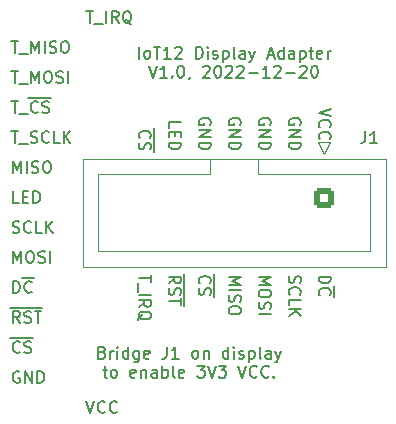
<source format=gto>
G04 #@! TF.GenerationSoftware,KiCad,Pcbnew,(6.0.9)*
G04 #@! TF.CreationDate,2022-11-19T16:43:32+01:00*
G04 #@! TF.ProjectId,Display Adapter,44697370-6c61-4792-9041-646170746572,V1.0*
G04 #@! TF.SameCoordinates,Original*
G04 #@! TF.FileFunction,Legend,Top*
G04 #@! TF.FilePolarity,Positive*
%FSLAX46Y46*%
G04 Gerber Fmt 4.6, Leading zero omitted, Abs format (unit mm)*
G04 Created by KiCad (PCBNEW (6.0.9)) date 2022-11-19 16:43:32*
%MOMM*%
%LPD*%
G01*
G04 APERTURE LIST*
G04 Aperture macros list*
%AMRoundRect*
0 Rectangle with rounded corners*
0 $1 Rounding radius*
0 $2 $3 $4 $5 $6 $7 $8 $9 X,Y pos of 4 corners*
0 Add a 4 corners polygon primitive as box body*
4,1,4,$2,$3,$4,$5,$6,$7,$8,$9,$2,$3,0*
0 Add four circle primitives for the rounded corners*
1,1,$1+$1,$2,$3*
1,1,$1+$1,$4,$5*
1,1,$1+$1,$6,$7*
1,1,$1+$1,$8,$9*
0 Add four rect primitives between the rounded corners*
20,1,$1+$1,$2,$3,$4,$5,0*
20,1,$1+$1,$4,$5,$6,$7,0*
20,1,$1+$1,$6,$7,$8,$9,0*
20,1,$1+$1,$8,$9,$2,$3,0*%
G04 Aperture macros list end*
%ADD10C,0.150000*%
%ADD11C,0.120000*%
%ADD12RoundRect,0.250000X-0.600000X0.600000X-0.600000X-0.600000X0.600000X-0.600000X0.600000X0.600000X0*%
%ADD13C,1.700000*%
%ADD14R,1.700000X1.700000*%
%ADD15O,1.700000X1.700000*%
G04 APERTURE END LIST*
D10*
X148137619Y-95692500D02*
X148137619Y-95216309D01*
X149137619Y-95216309D01*
X148661428Y-96025833D02*
X148661428Y-96359166D01*
X148137619Y-96502023D02*
X148137619Y-96025833D01*
X149137619Y-96025833D01*
X149137619Y-96502023D01*
X148137619Y-96930595D02*
X149137619Y-96930595D01*
X149137619Y-97168690D01*
X149090000Y-97311547D01*
X148994761Y-97406785D01*
X148899523Y-97454404D01*
X148709047Y-97502023D01*
X148566190Y-97502023D01*
X148375714Y-97454404D01*
X148280476Y-97406785D01*
X148185238Y-97311547D01*
X148137619Y-97168690D01*
X148137619Y-96930595D01*
X145622380Y-89817380D02*
X145622380Y-88817380D01*
X146241428Y-89817380D02*
X146146190Y-89769761D01*
X146098571Y-89722142D01*
X146050952Y-89626904D01*
X146050952Y-89341190D01*
X146098571Y-89245952D01*
X146146190Y-89198333D01*
X146241428Y-89150714D01*
X146384285Y-89150714D01*
X146479523Y-89198333D01*
X146527142Y-89245952D01*
X146574761Y-89341190D01*
X146574761Y-89626904D01*
X146527142Y-89722142D01*
X146479523Y-89769761D01*
X146384285Y-89817380D01*
X146241428Y-89817380D01*
X146860476Y-88817380D02*
X147431904Y-88817380D01*
X147146190Y-89817380D02*
X147146190Y-88817380D01*
X148289047Y-89817380D02*
X147717619Y-89817380D01*
X148003333Y-89817380D02*
X148003333Y-88817380D01*
X147908095Y-88960238D01*
X147812857Y-89055476D01*
X147717619Y-89103095D01*
X148670000Y-88912619D02*
X148717619Y-88865000D01*
X148812857Y-88817380D01*
X149050952Y-88817380D01*
X149146190Y-88865000D01*
X149193809Y-88912619D01*
X149241428Y-89007857D01*
X149241428Y-89103095D01*
X149193809Y-89245952D01*
X148622380Y-89817380D01*
X149241428Y-89817380D01*
X150431904Y-89817380D02*
X150431904Y-88817380D01*
X150670000Y-88817380D01*
X150812857Y-88865000D01*
X150908095Y-88960238D01*
X150955714Y-89055476D01*
X151003333Y-89245952D01*
X151003333Y-89388809D01*
X150955714Y-89579285D01*
X150908095Y-89674523D01*
X150812857Y-89769761D01*
X150670000Y-89817380D01*
X150431904Y-89817380D01*
X151431904Y-89817380D02*
X151431904Y-89150714D01*
X151431904Y-88817380D02*
X151384285Y-88865000D01*
X151431904Y-88912619D01*
X151479523Y-88865000D01*
X151431904Y-88817380D01*
X151431904Y-88912619D01*
X151860476Y-89769761D02*
X151955714Y-89817380D01*
X152146190Y-89817380D01*
X152241428Y-89769761D01*
X152289047Y-89674523D01*
X152289047Y-89626904D01*
X152241428Y-89531666D01*
X152146190Y-89484047D01*
X152003333Y-89484047D01*
X151908095Y-89436428D01*
X151860476Y-89341190D01*
X151860476Y-89293571D01*
X151908095Y-89198333D01*
X152003333Y-89150714D01*
X152146190Y-89150714D01*
X152241428Y-89198333D01*
X152717619Y-89150714D02*
X152717619Y-90150714D01*
X152717619Y-89198333D02*
X152812857Y-89150714D01*
X153003333Y-89150714D01*
X153098571Y-89198333D01*
X153146190Y-89245952D01*
X153193809Y-89341190D01*
X153193809Y-89626904D01*
X153146190Y-89722142D01*
X153098571Y-89769761D01*
X153003333Y-89817380D01*
X152812857Y-89817380D01*
X152717619Y-89769761D01*
X153765238Y-89817380D02*
X153670000Y-89769761D01*
X153622380Y-89674523D01*
X153622380Y-88817380D01*
X154574761Y-89817380D02*
X154574761Y-89293571D01*
X154527142Y-89198333D01*
X154431904Y-89150714D01*
X154241428Y-89150714D01*
X154146190Y-89198333D01*
X154574761Y-89769761D02*
X154479523Y-89817380D01*
X154241428Y-89817380D01*
X154146190Y-89769761D01*
X154098571Y-89674523D01*
X154098571Y-89579285D01*
X154146190Y-89484047D01*
X154241428Y-89436428D01*
X154479523Y-89436428D01*
X154574761Y-89388809D01*
X154955714Y-89150714D02*
X155193809Y-89817380D01*
X155431904Y-89150714D02*
X155193809Y-89817380D01*
X155098571Y-90055476D01*
X155050952Y-90103095D01*
X154955714Y-90150714D01*
X156527142Y-89531666D02*
X157003333Y-89531666D01*
X156431904Y-89817380D02*
X156765238Y-88817380D01*
X157098571Y-89817380D01*
X157860476Y-89817380D02*
X157860476Y-88817380D01*
X157860476Y-89769761D02*
X157765238Y-89817380D01*
X157574761Y-89817380D01*
X157479523Y-89769761D01*
X157431904Y-89722142D01*
X157384285Y-89626904D01*
X157384285Y-89341190D01*
X157431904Y-89245952D01*
X157479523Y-89198333D01*
X157574761Y-89150714D01*
X157765238Y-89150714D01*
X157860476Y-89198333D01*
X158765238Y-89817380D02*
X158765238Y-89293571D01*
X158717619Y-89198333D01*
X158622380Y-89150714D01*
X158431904Y-89150714D01*
X158336666Y-89198333D01*
X158765238Y-89769761D02*
X158670000Y-89817380D01*
X158431904Y-89817380D01*
X158336666Y-89769761D01*
X158289047Y-89674523D01*
X158289047Y-89579285D01*
X158336666Y-89484047D01*
X158431904Y-89436428D01*
X158670000Y-89436428D01*
X158765238Y-89388809D01*
X159241428Y-89150714D02*
X159241428Y-90150714D01*
X159241428Y-89198333D02*
X159336666Y-89150714D01*
X159527142Y-89150714D01*
X159622380Y-89198333D01*
X159670000Y-89245952D01*
X159717619Y-89341190D01*
X159717619Y-89626904D01*
X159670000Y-89722142D01*
X159622380Y-89769761D01*
X159527142Y-89817380D01*
X159336666Y-89817380D01*
X159241428Y-89769761D01*
X160003333Y-89150714D02*
X160384285Y-89150714D01*
X160146190Y-88817380D02*
X160146190Y-89674523D01*
X160193809Y-89769761D01*
X160289047Y-89817380D01*
X160384285Y-89817380D01*
X161098571Y-89769761D02*
X161003333Y-89817380D01*
X160812857Y-89817380D01*
X160717619Y-89769761D01*
X160670000Y-89674523D01*
X160670000Y-89293571D01*
X160717619Y-89198333D01*
X160812857Y-89150714D01*
X161003333Y-89150714D01*
X161098571Y-89198333D01*
X161146190Y-89293571D01*
X161146190Y-89388809D01*
X160670000Y-89484047D01*
X161574761Y-89817380D02*
X161574761Y-89150714D01*
X161574761Y-89341190D02*
X161622380Y-89245952D01*
X161670000Y-89198333D01*
X161765238Y-89150714D01*
X161860476Y-89150714D01*
X146479523Y-90427380D02*
X146812857Y-91427380D01*
X147146190Y-90427380D01*
X148003333Y-91427380D02*
X147431904Y-91427380D01*
X147717619Y-91427380D02*
X147717619Y-90427380D01*
X147622380Y-90570238D01*
X147527142Y-90665476D01*
X147431904Y-90713095D01*
X148431904Y-91332142D02*
X148479523Y-91379761D01*
X148431904Y-91427380D01*
X148384285Y-91379761D01*
X148431904Y-91332142D01*
X148431904Y-91427380D01*
X149098571Y-90427380D02*
X149193809Y-90427380D01*
X149289047Y-90475000D01*
X149336666Y-90522619D01*
X149384285Y-90617857D01*
X149431904Y-90808333D01*
X149431904Y-91046428D01*
X149384285Y-91236904D01*
X149336666Y-91332142D01*
X149289047Y-91379761D01*
X149193809Y-91427380D01*
X149098571Y-91427380D01*
X149003333Y-91379761D01*
X148955714Y-91332142D01*
X148908095Y-91236904D01*
X148860476Y-91046428D01*
X148860476Y-90808333D01*
X148908095Y-90617857D01*
X148955714Y-90522619D01*
X149003333Y-90475000D01*
X149098571Y-90427380D01*
X149908095Y-91379761D02*
X149908095Y-91427380D01*
X149860476Y-91522619D01*
X149812857Y-91570238D01*
X151050952Y-90522619D02*
X151098571Y-90475000D01*
X151193809Y-90427380D01*
X151431904Y-90427380D01*
X151527142Y-90475000D01*
X151574761Y-90522619D01*
X151622380Y-90617857D01*
X151622380Y-90713095D01*
X151574761Y-90855952D01*
X151003333Y-91427380D01*
X151622380Y-91427380D01*
X152241428Y-90427380D02*
X152336666Y-90427380D01*
X152431904Y-90475000D01*
X152479523Y-90522619D01*
X152527142Y-90617857D01*
X152574761Y-90808333D01*
X152574761Y-91046428D01*
X152527142Y-91236904D01*
X152479523Y-91332142D01*
X152431904Y-91379761D01*
X152336666Y-91427380D01*
X152241428Y-91427380D01*
X152146190Y-91379761D01*
X152098571Y-91332142D01*
X152050952Y-91236904D01*
X152003333Y-91046428D01*
X152003333Y-90808333D01*
X152050952Y-90617857D01*
X152098571Y-90522619D01*
X152146190Y-90475000D01*
X152241428Y-90427380D01*
X152955714Y-90522619D02*
X153003333Y-90475000D01*
X153098571Y-90427380D01*
X153336666Y-90427380D01*
X153431904Y-90475000D01*
X153479523Y-90522619D01*
X153527142Y-90617857D01*
X153527142Y-90713095D01*
X153479523Y-90855952D01*
X152908095Y-91427380D01*
X153527142Y-91427380D01*
X153908095Y-90522619D02*
X153955714Y-90475000D01*
X154050952Y-90427380D01*
X154289047Y-90427380D01*
X154384285Y-90475000D01*
X154431904Y-90522619D01*
X154479523Y-90617857D01*
X154479523Y-90713095D01*
X154431904Y-90855952D01*
X153860476Y-91427380D01*
X154479523Y-91427380D01*
X154908095Y-91046428D02*
X155670000Y-91046428D01*
X156670000Y-91427380D02*
X156098571Y-91427380D01*
X156384285Y-91427380D02*
X156384285Y-90427380D01*
X156289047Y-90570238D01*
X156193809Y-90665476D01*
X156098571Y-90713095D01*
X157050952Y-90522619D02*
X157098571Y-90475000D01*
X157193809Y-90427380D01*
X157431904Y-90427380D01*
X157527142Y-90475000D01*
X157574761Y-90522619D01*
X157622380Y-90617857D01*
X157622380Y-90713095D01*
X157574761Y-90855952D01*
X157003333Y-91427380D01*
X157622380Y-91427380D01*
X158050952Y-91046428D02*
X158812857Y-91046428D01*
X159241428Y-90522619D02*
X159289047Y-90475000D01*
X159384285Y-90427380D01*
X159622380Y-90427380D01*
X159717619Y-90475000D01*
X159765238Y-90522619D01*
X159812857Y-90617857D01*
X159812857Y-90713095D01*
X159765238Y-90855952D01*
X159193809Y-91427380D01*
X159812857Y-91427380D01*
X160431904Y-90427380D02*
X160527142Y-90427380D01*
X160622380Y-90475000D01*
X160670000Y-90522619D01*
X160717619Y-90617857D01*
X160765238Y-90808333D01*
X160765238Y-91046428D01*
X160717619Y-91236904D01*
X160670000Y-91332142D01*
X160622380Y-91379761D01*
X160527142Y-91427380D01*
X160431904Y-91427380D01*
X160336666Y-91379761D01*
X160289047Y-91332142D01*
X160241428Y-91236904D01*
X160193809Y-91046428D01*
X160193809Y-90808333D01*
X160241428Y-90617857D01*
X160289047Y-90522619D01*
X160336666Y-90475000D01*
X160431904Y-90427380D01*
X146597619Y-108142738D02*
X146597619Y-108714166D01*
X145597619Y-108428452D02*
X146597619Y-108428452D01*
X145502380Y-108809404D02*
X145502380Y-109571309D01*
X145597619Y-109809404D02*
X146597619Y-109809404D01*
X145597619Y-110857023D02*
X146073809Y-110523690D01*
X145597619Y-110285595D02*
X146597619Y-110285595D01*
X146597619Y-110666547D01*
X146550000Y-110761785D01*
X146502380Y-110809404D01*
X146407142Y-110857023D01*
X146264285Y-110857023D01*
X146169047Y-110809404D01*
X146121428Y-110761785D01*
X146073809Y-110666547D01*
X146073809Y-110285595D01*
X145502380Y-111952261D02*
X145550000Y-111857023D01*
X145645238Y-111761785D01*
X145788095Y-111618928D01*
X145835714Y-111523690D01*
X145835714Y-111428452D01*
X145597619Y-111476071D02*
X145645238Y-111380833D01*
X145740476Y-111285595D01*
X145930952Y-111237976D01*
X146264285Y-111237976D01*
X146454761Y-111285595D01*
X146550000Y-111380833D01*
X146597619Y-111476071D01*
X146597619Y-111666547D01*
X146550000Y-111761785D01*
X146454761Y-111857023D01*
X146264285Y-111904642D01*
X145930952Y-111904642D01*
X145740476Y-111857023D01*
X145645238Y-111761785D01*
X145597619Y-111666547D01*
X145597619Y-111476071D01*
X159250000Y-95406785D02*
X159297619Y-95311547D01*
X159297619Y-95168690D01*
X159250000Y-95025833D01*
X159154761Y-94930595D01*
X159059523Y-94882976D01*
X158869047Y-94835357D01*
X158726190Y-94835357D01*
X158535714Y-94882976D01*
X158440476Y-94930595D01*
X158345238Y-95025833D01*
X158297619Y-95168690D01*
X158297619Y-95263928D01*
X158345238Y-95406785D01*
X158392857Y-95454404D01*
X158726190Y-95454404D01*
X158726190Y-95263928D01*
X158297619Y-95882976D02*
X159297619Y-95882976D01*
X158297619Y-96454404D01*
X159297619Y-96454404D01*
X158297619Y-96930595D02*
X159297619Y-96930595D01*
X159297619Y-97168690D01*
X159250000Y-97311547D01*
X159154761Y-97406785D01*
X159059523Y-97454404D01*
X158869047Y-97502023D01*
X158726190Y-97502023D01*
X158535714Y-97454404D01*
X158440476Y-97406785D01*
X158345238Y-97311547D01*
X158297619Y-97168690D01*
X158297619Y-96930595D01*
X142502857Y-114693571D02*
X142645714Y-114741190D01*
X142693333Y-114788809D01*
X142740952Y-114884047D01*
X142740952Y-115026904D01*
X142693333Y-115122142D01*
X142645714Y-115169761D01*
X142550476Y-115217380D01*
X142169523Y-115217380D01*
X142169523Y-114217380D01*
X142502857Y-114217380D01*
X142598095Y-114265000D01*
X142645714Y-114312619D01*
X142693333Y-114407857D01*
X142693333Y-114503095D01*
X142645714Y-114598333D01*
X142598095Y-114645952D01*
X142502857Y-114693571D01*
X142169523Y-114693571D01*
X143169523Y-115217380D02*
X143169523Y-114550714D01*
X143169523Y-114741190D02*
X143217142Y-114645952D01*
X143264761Y-114598333D01*
X143360000Y-114550714D01*
X143455238Y-114550714D01*
X143788571Y-115217380D02*
X143788571Y-114550714D01*
X143788571Y-114217380D02*
X143740952Y-114265000D01*
X143788571Y-114312619D01*
X143836190Y-114265000D01*
X143788571Y-114217380D01*
X143788571Y-114312619D01*
X144693333Y-115217380D02*
X144693333Y-114217380D01*
X144693333Y-115169761D02*
X144598095Y-115217380D01*
X144407619Y-115217380D01*
X144312380Y-115169761D01*
X144264761Y-115122142D01*
X144217142Y-115026904D01*
X144217142Y-114741190D01*
X144264761Y-114645952D01*
X144312380Y-114598333D01*
X144407619Y-114550714D01*
X144598095Y-114550714D01*
X144693333Y-114598333D01*
X145598095Y-114550714D02*
X145598095Y-115360238D01*
X145550476Y-115455476D01*
X145502857Y-115503095D01*
X145407619Y-115550714D01*
X145264761Y-115550714D01*
X145169523Y-115503095D01*
X145598095Y-115169761D02*
X145502857Y-115217380D01*
X145312380Y-115217380D01*
X145217142Y-115169761D01*
X145169523Y-115122142D01*
X145121904Y-115026904D01*
X145121904Y-114741190D01*
X145169523Y-114645952D01*
X145217142Y-114598333D01*
X145312380Y-114550714D01*
X145502857Y-114550714D01*
X145598095Y-114598333D01*
X146455238Y-115169761D02*
X146360000Y-115217380D01*
X146169523Y-115217380D01*
X146074285Y-115169761D01*
X146026666Y-115074523D01*
X146026666Y-114693571D01*
X146074285Y-114598333D01*
X146169523Y-114550714D01*
X146360000Y-114550714D01*
X146455238Y-114598333D01*
X146502857Y-114693571D01*
X146502857Y-114788809D01*
X146026666Y-114884047D01*
X147979047Y-114217380D02*
X147979047Y-114931666D01*
X147931428Y-115074523D01*
X147836190Y-115169761D01*
X147693333Y-115217380D01*
X147598095Y-115217380D01*
X148979047Y-115217380D02*
X148407619Y-115217380D01*
X148693333Y-115217380D02*
X148693333Y-114217380D01*
X148598095Y-114360238D01*
X148502857Y-114455476D01*
X148407619Y-114503095D01*
X150312380Y-115217380D02*
X150217142Y-115169761D01*
X150169523Y-115122142D01*
X150121904Y-115026904D01*
X150121904Y-114741190D01*
X150169523Y-114645952D01*
X150217142Y-114598333D01*
X150312380Y-114550714D01*
X150455238Y-114550714D01*
X150550476Y-114598333D01*
X150598095Y-114645952D01*
X150645714Y-114741190D01*
X150645714Y-115026904D01*
X150598095Y-115122142D01*
X150550476Y-115169761D01*
X150455238Y-115217380D01*
X150312380Y-115217380D01*
X151074285Y-114550714D02*
X151074285Y-115217380D01*
X151074285Y-114645952D02*
X151121904Y-114598333D01*
X151217142Y-114550714D01*
X151360000Y-114550714D01*
X151455238Y-114598333D01*
X151502857Y-114693571D01*
X151502857Y-115217380D01*
X153169523Y-115217380D02*
X153169523Y-114217380D01*
X153169523Y-115169761D02*
X153074285Y-115217380D01*
X152883809Y-115217380D01*
X152788571Y-115169761D01*
X152740952Y-115122142D01*
X152693333Y-115026904D01*
X152693333Y-114741190D01*
X152740952Y-114645952D01*
X152788571Y-114598333D01*
X152883809Y-114550714D01*
X153074285Y-114550714D01*
X153169523Y-114598333D01*
X153645714Y-115217380D02*
X153645714Y-114550714D01*
X153645714Y-114217380D02*
X153598095Y-114265000D01*
X153645714Y-114312619D01*
X153693333Y-114265000D01*
X153645714Y-114217380D01*
X153645714Y-114312619D01*
X154074285Y-115169761D02*
X154169523Y-115217380D01*
X154360000Y-115217380D01*
X154455238Y-115169761D01*
X154502857Y-115074523D01*
X154502857Y-115026904D01*
X154455238Y-114931666D01*
X154360000Y-114884047D01*
X154217142Y-114884047D01*
X154121904Y-114836428D01*
X154074285Y-114741190D01*
X154074285Y-114693571D01*
X154121904Y-114598333D01*
X154217142Y-114550714D01*
X154360000Y-114550714D01*
X154455238Y-114598333D01*
X154931428Y-114550714D02*
X154931428Y-115550714D01*
X154931428Y-114598333D02*
X155026666Y-114550714D01*
X155217142Y-114550714D01*
X155312380Y-114598333D01*
X155360000Y-114645952D01*
X155407619Y-114741190D01*
X155407619Y-115026904D01*
X155360000Y-115122142D01*
X155312380Y-115169761D01*
X155217142Y-115217380D01*
X155026666Y-115217380D01*
X154931428Y-115169761D01*
X155979047Y-115217380D02*
X155883809Y-115169761D01*
X155836190Y-115074523D01*
X155836190Y-114217380D01*
X156788571Y-115217380D02*
X156788571Y-114693571D01*
X156740952Y-114598333D01*
X156645714Y-114550714D01*
X156455238Y-114550714D01*
X156360000Y-114598333D01*
X156788571Y-115169761D02*
X156693333Y-115217380D01*
X156455238Y-115217380D01*
X156360000Y-115169761D01*
X156312380Y-115074523D01*
X156312380Y-114979285D01*
X156360000Y-114884047D01*
X156455238Y-114836428D01*
X156693333Y-114836428D01*
X156788571Y-114788809D01*
X157169523Y-114550714D02*
X157407619Y-115217380D01*
X157645714Y-114550714D02*
X157407619Y-115217380D01*
X157312380Y-115455476D01*
X157264761Y-115503095D01*
X157169523Y-115550714D01*
X142550476Y-116160714D02*
X142931428Y-116160714D01*
X142693333Y-115827380D02*
X142693333Y-116684523D01*
X142740952Y-116779761D01*
X142836190Y-116827380D01*
X142931428Y-116827380D01*
X143407619Y-116827380D02*
X143312380Y-116779761D01*
X143264761Y-116732142D01*
X143217142Y-116636904D01*
X143217142Y-116351190D01*
X143264761Y-116255952D01*
X143312380Y-116208333D01*
X143407619Y-116160714D01*
X143550476Y-116160714D01*
X143645714Y-116208333D01*
X143693333Y-116255952D01*
X143740952Y-116351190D01*
X143740952Y-116636904D01*
X143693333Y-116732142D01*
X143645714Y-116779761D01*
X143550476Y-116827380D01*
X143407619Y-116827380D01*
X145312380Y-116779761D02*
X145217142Y-116827380D01*
X145026666Y-116827380D01*
X144931428Y-116779761D01*
X144883809Y-116684523D01*
X144883809Y-116303571D01*
X144931428Y-116208333D01*
X145026666Y-116160714D01*
X145217142Y-116160714D01*
X145312380Y-116208333D01*
X145360000Y-116303571D01*
X145360000Y-116398809D01*
X144883809Y-116494047D01*
X145788571Y-116160714D02*
X145788571Y-116827380D01*
X145788571Y-116255952D02*
X145836190Y-116208333D01*
X145931428Y-116160714D01*
X146074285Y-116160714D01*
X146169523Y-116208333D01*
X146217142Y-116303571D01*
X146217142Y-116827380D01*
X147121904Y-116827380D02*
X147121904Y-116303571D01*
X147074285Y-116208333D01*
X146979047Y-116160714D01*
X146788571Y-116160714D01*
X146693333Y-116208333D01*
X147121904Y-116779761D02*
X147026666Y-116827380D01*
X146788571Y-116827380D01*
X146693333Y-116779761D01*
X146645714Y-116684523D01*
X146645714Y-116589285D01*
X146693333Y-116494047D01*
X146788571Y-116446428D01*
X147026666Y-116446428D01*
X147121904Y-116398809D01*
X147598095Y-116827380D02*
X147598095Y-115827380D01*
X147598095Y-116208333D02*
X147693333Y-116160714D01*
X147883809Y-116160714D01*
X147979047Y-116208333D01*
X148026666Y-116255952D01*
X148074285Y-116351190D01*
X148074285Y-116636904D01*
X148026666Y-116732142D01*
X147979047Y-116779761D01*
X147883809Y-116827380D01*
X147693333Y-116827380D01*
X147598095Y-116779761D01*
X148645714Y-116827380D02*
X148550476Y-116779761D01*
X148502857Y-116684523D01*
X148502857Y-115827380D01*
X149407619Y-116779761D02*
X149312380Y-116827380D01*
X149121904Y-116827380D01*
X149026666Y-116779761D01*
X148979047Y-116684523D01*
X148979047Y-116303571D01*
X149026666Y-116208333D01*
X149121904Y-116160714D01*
X149312380Y-116160714D01*
X149407619Y-116208333D01*
X149455238Y-116303571D01*
X149455238Y-116398809D01*
X148979047Y-116494047D01*
X150550476Y-115827380D02*
X151169523Y-115827380D01*
X150836190Y-116208333D01*
X150979047Y-116208333D01*
X151074285Y-116255952D01*
X151121904Y-116303571D01*
X151169523Y-116398809D01*
X151169523Y-116636904D01*
X151121904Y-116732142D01*
X151074285Y-116779761D01*
X150979047Y-116827380D01*
X150693333Y-116827380D01*
X150598095Y-116779761D01*
X150550476Y-116732142D01*
X151455238Y-115827380D02*
X151788571Y-116827380D01*
X152121904Y-115827380D01*
X152360000Y-115827380D02*
X152979047Y-115827380D01*
X152645714Y-116208333D01*
X152788571Y-116208333D01*
X152883809Y-116255952D01*
X152931428Y-116303571D01*
X152979047Y-116398809D01*
X152979047Y-116636904D01*
X152931428Y-116732142D01*
X152883809Y-116779761D01*
X152788571Y-116827380D01*
X152502857Y-116827380D01*
X152407619Y-116779761D01*
X152360000Y-116732142D01*
X154026666Y-115827380D02*
X154360000Y-116827380D01*
X154693333Y-115827380D01*
X155598095Y-116732142D02*
X155550476Y-116779761D01*
X155407619Y-116827380D01*
X155312380Y-116827380D01*
X155169523Y-116779761D01*
X155074285Y-116684523D01*
X155026666Y-116589285D01*
X154979047Y-116398809D01*
X154979047Y-116255952D01*
X155026666Y-116065476D01*
X155074285Y-115970238D01*
X155169523Y-115875000D01*
X155312380Y-115827380D01*
X155407619Y-115827380D01*
X155550476Y-115875000D01*
X155598095Y-115922619D01*
X156598095Y-116732142D02*
X156550476Y-116779761D01*
X156407619Y-116827380D01*
X156312380Y-116827380D01*
X156169523Y-116779761D01*
X156074285Y-116684523D01*
X156026666Y-116589285D01*
X155979047Y-116398809D01*
X155979047Y-116255952D01*
X156026666Y-116065476D01*
X156074285Y-115970238D01*
X156169523Y-115875000D01*
X156312380Y-115827380D01*
X156407619Y-115827380D01*
X156550476Y-115875000D01*
X156598095Y-115922619D01*
X157026666Y-116732142D02*
X157074285Y-116779761D01*
X157026666Y-116827380D01*
X156979047Y-116779761D01*
X157026666Y-116732142D01*
X157026666Y-116827380D01*
X153217619Y-108285595D02*
X154217619Y-108285595D01*
X153503333Y-108618928D01*
X154217619Y-108952261D01*
X153217619Y-108952261D01*
X153217619Y-109428452D02*
X154217619Y-109428452D01*
X153265238Y-109857023D02*
X153217619Y-109999880D01*
X153217619Y-110237976D01*
X153265238Y-110333214D01*
X153312857Y-110380833D01*
X153408095Y-110428452D01*
X153503333Y-110428452D01*
X153598571Y-110380833D01*
X153646190Y-110333214D01*
X153693809Y-110237976D01*
X153741428Y-110047500D01*
X153789047Y-109952261D01*
X153836666Y-109904642D01*
X153931904Y-109857023D01*
X154027142Y-109857023D01*
X154122380Y-109904642D01*
X154170000Y-109952261D01*
X154217619Y-110047500D01*
X154217619Y-110285595D01*
X154170000Y-110428452D01*
X154217619Y-111047500D02*
X154217619Y-111237976D01*
X154170000Y-111333214D01*
X154074761Y-111428452D01*
X153884285Y-111476071D01*
X153550952Y-111476071D01*
X153360476Y-111428452D01*
X153265238Y-111333214D01*
X153217619Y-111237976D01*
X153217619Y-111047500D01*
X153265238Y-110952261D01*
X153360476Y-110857023D01*
X153550952Y-110809404D01*
X153884285Y-110809404D01*
X154074761Y-110857023D01*
X154170000Y-110952261D01*
X154217619Y-111047500D01*
X141162738Y-85812380D02*
X141734166Y-85812380D01*
X141448452Y-86812380D02*
X141448452Y-85812380D01*
X141829404Y-86907619D02*
X142591309Y-86907619D01*
X142829404Y-86812380D02*
X142829404Y-85812380D01*
X143877023Y-86812380D02*
X143543690Y-86336190D01*
X143305595Y-86812380D02*
X143305595Y-85812380D01*
X143686547Y-85812380D01*
X143781785Y-85860000D01*
X143829404Y-85907619D01*
X143877023Y-86002857D01*
X143877023Y-86145714D01*
X143829404Y-86240952D01*
X143781785Y-86288571D01*
X143686547Y-86336190D01*
X143305595Y-86336190D01*
X144972261Y-86907619D02*
X144877023Y-86860000D01*
X144781785Y-86764761D01*
X144638928Y-86621904D01*
X144543690Y-86574285D01*
X144448452Y-86574285D01*
X144496071Y-86812380D02*
X144400833Y-86764761D01*
X144305595Y-86669523D01*
X144257976Y-86479047D01*
X144257976Y-86145714D01*
X144305595Y-85955238D01*
X144400833Y-85860000D01*
X144496071Y-85812380D01*
X144686547Y-85812380D01*
X144781785Y-85860000D01*
X144877023Y-85955238D01*
X144924642Y-86145714D01*
X144924642Y-86479047D01*
X144877023Y-86669523D01*
X144781785Y-86764761D01*
X144686547Y-86812380D01*
X144496071Y-86812380D01*
X151960000Y-108047500D02*
X151960000Y-109047500D01*
X150772857Y-108857023D02*
X150725238Y-108809404D01*
X150677619Y-108666547D01*
X150677619Y-108571309D01*
X150725238Y-108428452D01*
X150820476Y-108333214D01*
X150915714Y-108285595D01*
X151106190Y-108237976D01*
X151249047Y-108237976D01*
X151439523Y-108285595D01*
X151534761Y-108333214D01*
X151630000Y-108428452D01*
X151677619Y-108571309D01*
X151677619Y-108666547D01*
X151630000Y-108809404D01*
X151582380Y-108857023D01*
X151960000Y-109047500D02*
X151960000Y-109999880D01*
X150725238Y-109237976D02*
X150677619Y-109380833D01*
X150677619Y-109618928D01*
X150725238Y-109714166D01*
X150772857Y-109761785D01*
X150868095Y-109809404D01*
X150963333Y-109809404D01*
X151058571Y-109761785D01*
X151106190Y-109714166D01*
X151153809Y-109618928D01*
X151201428Y-109428452D01*
X151249047Y-109333214D01*
X151296666Y-109285595D01*
X151391904Y-109237976D01*
X151487142Y-109237976D01*
X151582380Y-109285595D01*
X151630000Y-109333214D01*
X151677619Y-109428452D01*
X151677619Y-109666547D01*
X151630000Y-109809404D01*
X135479404Y-116340000D02*
X135384166Y-116292380D01*
X135241309Y-116292380D01*
X135098452Y-116340000D01*
X135003214Y-116435238D01*
X134955595Y-116530476D01*
X134907976Y-116720952D01*
X134907976Y-116863809D01*
X134955595Y-117054285D01*
X135003214Y-117149523D01*
X135098452Y-117244761D01*
X135241309Y-117292380D01*
X135336547Y-117292380D01*
X135479404Y-117244761D01*
X135527023Y-117197142D01*
X135527023Y-116863809D01*
X135336547Y-116863809D01*
X135955595Y-117292380D02*
X135955595Y-116292380D01*
X136527023Y-117292380D01*
X136527023Y-116292380D01*
X137003214Y-117292380D02*
X137003214Y-116292380D01*
X137241309Y-116292380D01*
X137384166Y-116340000D01*
X137479404Y-116435238D01*
X137527023Y-116530476D01*
X137574642Y-116720952D01*
X137574642Y-116863809D01*
X137527023Y-117054285D01*
X137479404Y-117149523D01*
X137384166Y-117244761D01*
X137241309Y-117292380D01*
X137003214Y-117292380D01*
X134955595Y-107132380D02*
X134955595Y-106132380D01*
X135288928Y-106846666D01*
X135622261Y-106132380D01*
X135622261Y-107132380D01*
X136288928Y-106132380D02*
X136479404Y-106132380D01*
X136574642Y-106180000D01*
X136669880Y-106275238D01*
X136717500Y-106465714D01*
X136717500Y-106799047D01*
X136669880Y-106989523D01*
X136574642Y-107084761D01*
X136479404Y-107132380D01*
X136288928Y-107132380D01*
X136193690Y-107084761D01*
X136098452Y-106989523D01*
X136050833Y-106799047D01*
X136050833Y-106465714D01*
X136098452Y-106275238D01*
X136193690Y-106180000D01*
X136288928Y-106132380D01*
X137098452Y-107084761D02*
X137241309Y-107132380D01*
X137479404Y-107132380D01*
X137574642Y-107084761D01*
X137622261Y-107037142D01*
X137669880Y-106941904D01*
X137669880Y-106846666D01*
X137622261Y-106751428D01*
X137574642Y-106703809D01*
X137479404Y-106656190D01*
X137288928Y-106608571D01*
X137193690Y-106560952D01*
X137146071Y-106513333D01*
X137098452Y-106418095D01*
X137098452Y-106322857D01*
X137146071Y-106227619D01*
X137193690Y-106180000D01*
X137288928Y-106132380D01*
X137527023Y-106132380D01*
X137669880Y-106180000D01*
X138098452Y-107132380D02*
X138098452Y-106132380D01*
X149420000Y-108047500D02*
X149420000Y-109047500D01*
X148137619Y-108857023D02*
X148613809Y-108523690D01*
X148137619Y-108285595D02*
X149137619Y-108285595D01*
X149137619Y-108666547D01*
X149090000Y-108761785D01*
X149042380Y-108809404D01*
X148947142Y-108857023D01*
X148804285Y-108857023D01*
X148709047Y-108809404D01*
X148661428Y-108761785D01*
X148613809Y-108666547D01*
X148613809Y-108285595D01*
X149420000Y-109047500D02*
X149420000Y-109999880D01*
X148185238Y-109237976D02*
X148137619Y-109380833D01*
X148137619Y-109618928D01*
X148185238Y-109714166D01*
X148232857Y-109761785D01*
X148328095Y-109809404D01*
X148423333Y-109809404D01*
X148518571Y-109761785D01*
X148566190Y-109714166D01*
X148613809Y-109618928D01*
X148661428Y-109428452D01*
X148709047Y-109333214D01*
X148756666Y-109285595D01*
X148851904Y-109237976D01*
X148947142Y-109237976D01*
X149042380Y-109285595D01*
X149090000Y-109333214D01*
X149137619Y-109428452D01*
X149137619Y-109666547D01*
X149090000Y-109809404D01*
X149420000Y-109999880D02*
X149420000Y-110761785D01*
X149137619Y-110095119D02*
X149137619Y-110666547D01*
X148137619Y-110380833D02*
X149137619Y-110380833D01*
X135431785Y-102052380D02*
X134955595Y-102052380D01*
X134955595Y-101052380D01*
X135765119Y-101528571D02*
X136098452Y-101528571D01*
X136241309Y-102052380D02*
X135765119Y-102052380D01*
X135765119Y-101052380D01*
X136241309Y-101052380D01*
X136669880Y-102052380D02*
X136669880Y-101052380D01*
X136907976Y-101052380D01*
X137050833Y-101100000D01*
X137146071Y-101195238D01*
X137193690Y-101290476D01*
X137241309Y-101480952D01*
X137241309Y-101623809D01*
X137193690Y-101814285D01*
X137146071Y-101909523D01*
X137050833Y-102004761D01*
X136907976Y-102052380D01*
X136669880Y-102052380D01*
X134717500Y-110930000D02*
X135717500Y-110930000D01*
X135527023Y-112212380D02*
X135193690Y-111736190D01*
X134955595Y-112212380D02*
X134955595Y-111212380D01*
X135336547Y-111212380D01*
X135431785Y-111260000D01*
X135479404Y-111307619D01*
X135527023Y-111402857D01*
X135527023Y-111545714D01*
X135479404Y-111640952D01*
X135431785Y-111688571D01*
X135336547Y-111736190D01*
X134955595Y-111736190D01*
X135717500Y-110930000D02*
X136669880Y-110930000D01*
X135907976Y-112164761D02*
X136050833Y-112212380D01*
X136288928Y-112212380D01*
X136384166Y-112164761D01*
X136431785Y-112117142D01*
X136479404Y-112021904D01*
X136479404Y-111926666D01*
X136431785Y-111831428D01*
X136384166Y-111783809D01*
X136288928Y-111736190D01*
X136098452Y-111688571D01*
X136003214Y-111640952D01*
X135955595Y-111593333D01*
X135907976Y-111498095D01*
X135907976Y-111402857D01*
X135955595Y-111307619D01*
X136003214Y-111260000D01*
X136098452Y-111212380D01*
X136336547Y-111212380D01*
X136479404Y-111260000D01*
X136669880Y-110930000D02*
X137431785Y-110930000D01*
X136765119Y-111212380D02*
X137336547Y-111212380D01*
X137050833Y-112212380D02*
X137050833Y-111212380D01*
X141162738Y-118832380D02*
X141496071Y-119832380D01*
X141829404Y-118832380D01*
X142734166Y-119737142D02*
X142686547Y-119784761D01*
X142543690Y-119832380D01*
X142448452Y-119832380D01*
X142305595Y-119784761D01*
X142210357Y-119689523D01*
X142162738Y-119594285D01*
X142115119Y-119403809D01*
X142115119Y-119260952D01*
X142162738Y-119070476D01*
X142210357Y-118975238D01*
X142305595Y-118880000D01*
X142448452Y-118832380D01*
X142543690Y-118832380D01*
X142686547Y-118880000D01*
X142734166Y-118927619D01*
X143734166Y-119737142D02*
X143686547Y-119784761D01*
X143543690Y-119832380D01*
X143448452Y-119832380D01*
X143305595Y-119784761D01*
X143210357Y-119689523D01*
X143162738Y-119594285D01*
X143115119Y-119403809D01*
X143115119Y-119260952D01*
X143162738Y-119070476D01*
X143210357Y-118975238D01*
X143305595Y-118880000D01*
X143448452Y-118832380D01*
X143543690Y-118832380D01*
X143686547Y-118880000D01*
X143734166Y-118927619D01*
X134812738Y-88352380D02*
X135384166Y-88352380D01*
X135098452Y-89352380D02*
X135098452Y-88352380D01*
X135479404Y-89447619D02*
X136241309Y-89447619D01*
X136479404Y-89352380D02*
X136479404Y-88352380D01*
X136812738Y-89066666D01*
X137146071Y-88352380D01*
X137146071Y-89352380D01*
X137622261Y-89352380D02*
X137622261Y-88352380D01*
X138050833Y-89304761D02*
X138193690Y-89352380D01*
X138431785Y-89352380D01*
X138527023Y-89304761D01*
X138574642Y-89257142D01*
X138622261Y-89161904D01*
X138622261Y-89066666D01*
X138574642Y-88971428D01*
X138527023Y-88923809D01*
X138431785Y-88876190D01*
X138241309Y-88828571D01*
X138146071Y-88780952D01*
X138098452Y-88733333D01*
X138050833Y-88638095D01*
X138050833Y-88542857D01*
X138098452Y-88447619D01*
X138146071Y-88400000D01*
X138241309Y-88352380D01*
X138479404Y-88352380D01*
X138622261Y-88400000D01*
X139241309Y-88352380D02*
X139431785Y-88352380D01*
X139527023Y-88400000D01*
X139622261Y-88495238D01*
X139669880Y-88685714D01*
X139669880Y-89019047D01*
X139622261Y-89209523D01*
X139527023Y-89304761D01*
X139431785Y-89352380D01*
X139241309Y-89352380D01*
X139146071Y-89304761D01*
X139050833Y-89209523D01*
X139003214Y-89019047D01*
X139003214Y-88685714D01*
X139050833Y-88495238D01*
X139146071Y-88400000D01*
X139241309Y-88352380D01*
X151630000Y-95406785D02*
X151677619Y-95311547D01*
X151677619Y-95168690D01*
X151630000Y-95025833D01*
X151534761Y-94930595D01*
X151439523Y-94882976D01*
X151249047Y-94835357D01*
X151106190Y-94835357D01*
X150915714Y-94882976D01*
X150820476Y-94930595D01*
X150725238Y-95025833D01*
X150677619Y-95168690D01*
X150677619Y-95263928D01*
X150725238Y-95406785D01*
X150772857Y-95454404D01*
X151106190Y-95454404D01*
X151106190Y-95263928D01*
X150677619Y-95882976D02*
X151677619Y-95882976D01*
X150677619Y-96454404D01*
X151677619Y-96454404D01*
X150677619Y-96930595D02*
X151677619Y-96930595D01*
X151677619Y-97168690D01*
X151630000Y-97311547D01*
X151534761Y-97406785D01*
X151439523Y-97454404D01*
X151249047Y-97502023D01*
X151106190Y-97502023D01*
X150915714Y-97454404D01*
X150820476Y-97406785D01*
X150725238Y-97311547D01*
X150677619Y-97168690D01*
X150677619Y-96930595D01*
X134812738Y-95972380D02*
X135384166Y-95972380D01*
X135098452Y-96972380D02*
X135098452Y-95972380D01*
X135479404Y-97067619D02*
X136241309Y-97067619D01*
X136431785Y-96924761D02*
X136574642Y-96972380D01*
X136812738Y-96972380D01*
X136907976Y-96924761D01*
X136955595Y-96877142D01*
X137003214Y-96781904D01*
X137003214Y-96686666D01*
X136955595Y-96591428D01*
X136907976Y-96543809D01*
X136812738Y-96496190D01*
X136622261Y-96448571D01*
X136527023Y-96400952D01*
X136479404Y-96353333D01*
X136431785Y-96258095D01*
X136431785Y-96162857D01*
X136479404Y-96067619D01*
X136527023Y-96020000D01*
X136622261Y-95972380D01*
X136860357Y-95972380D01*
X137003214Y-96020000D01*
X138003214Y-96877142D02*
X137955595Y-96924761D01*
X137812738Y-96972380D01*
X137717500Y-96972380D01*
X137574642Y-96924761D01*
X137479404Y-96829523D01*
X137431785Y-96734285D01*
X137384166Y-96543809D01*
X137384166Y-96400952D01*
X137431785Y-96210476D01*
X137479404Y-96115238D01*
X137574642Y-96020000D01*
X137717500Y-95972380D01*
X137812738Y-95972380D01*
X137955595Y-96020000D01*
X138003214Y-96067619D01*
X138907976Y-96972380D02*
X138431785Y-96972380D01*
X138431785Y-95972380D01*
X139241309Y-96972380D02*
X139241309Y-95972380D01*
X139812738Y-96972380D02*
X139384166Y-96400952D01*
X139812738Y-95972380D02*
X139241309Y-96543809D01*
X134955595Y-99512380D02*
X134955595Y-98512380D01*
X135288928Y-99226666D01*
X135622261Y-98512380D01*
X135622261Y-99512380D01*
X136098452Y-99512380D02*
X136098452Y-98512380D01*
X136527023Y-99464761D02*
X136669880Y-99512380D01*
X136907976Y-99512380D01*
X137003214Y-99464761D01*
X137050833Y-99417142D01*
X137098452Y-99321904D01*
X137098452Y-99226666D01*
X137050833Y-99131428D01*
X137003214Y-99083809D01*
X136907976Y-99036190D01*
X136717500Y-98988571D01*
X136622261Y-98940952D01*
X136574642Y-98893333D01*
X136527023Y-98798095D01*
X136527023Y-98702857D01*
X136574642Y-98607619D01*
X136622261Y-98560000D01*
X136717500Y-98512380D01*
X136955595Y-98512380D01*
X137098452Y-98560000D01*
X137717500Y-98512380D02*
X137907976Y-98512380D01*
X138003214Y-98560000D01*
X138098452Y-98655238D01*
X138146071Y-98845714D01*
X138146071Y-99179047D01*
X138098452Y-99369523D01*
X138003214Y-99464761D01*
X137907976Y-99512380D01*
X137717500Y-99512380D01*
X137622261Y-99464761D01*
X137527023Y-99369523D01*
X137479404Y-99179047D01*
X137479404Y-98845714D01*
X137527023Y-98655238D01*
X137622261Y-98560000D01*
X137717500Y-98512380D01*
X154170000Y-95406785D02*
X154217619Y-95311547D01*
X154217619Y-95168690D01*
X154170000Y-95025833D01*
X154074761Y-94930595D01*
X153979523Y-94882976D01*
X153789047Y-94835357D01*
X153646190Y-94835357D01*
X153455714Y-94882976D01*
X153360476Y-94930595D01*
X153265238Y-95025833D01*
X153217619Y-95168690D01*
X153217619Y-95263928D01*
X153265238Y-95406785D01*
X153312857Y-95454404D01*
X153646190Y-95454404D01*
X153646190Y-95263928D01*
X153217619Y-95882976D02*
X154217619Y-95882976D01*
X153217619Y-96454404D01*
X154217619Y-96454404D01*
X153217619Y-96930595D02*
X154217619Y-96930595D01*
X154217619Y-97168690D01*
X154170000Y-97311547D01*
X154074761Y-97406785D01*
X153979523Y-97454404D01*
X153789047Y-97502023D01*
X153646190Y-97502023D01*
X153455714Y-97454404D01*
X153360476Y-97406785D01*
X153265238Y-97311547D01*
X153217619Y-97168690D01*
X153217619Y-96930595D01*
X155757619Y-108285595D02*
X156757619Y-108285595D01*
X156043333Y-108618928D01*
X156757619Y-108952261D01*
X155757619Y-108952261D01*
X156757619Y-109618928D02*
X156757619Y-109809404D01*
X156710000Y-109904642D01*
X156614761Y-109999880D01*
X156424285Y-110047500D01*
X156090952Y-110047500D01*
X155900476Y-109999880D01*
X155805238Y-109904642D01*
X155757619Y-109809404D01*
X155757619Y-109618928D01*
X155805238Y-109523690D01*
X155900476Y-109428452D01*
X156090952Y-109380833D01*
X156424285Y-109380833D01*
X156614761Y-109428452D01*
X156710000Y-109523690D01*
X156757619Y-109618928D01*
X155805238Y-110428452D02*
X155757619Y-110571309D01*
X155757619Y-110809404D01*
X155805238Y-110904642D01*
X155852857Y-110952261D01*
X155948095Y-110999880D01*
X156043333Y-110999880D01*
X156138571Y-110952261D01*
X156186190Y-110904642D01*
X156233809Y-110809404D01*
X156281428Y-110618928D01*
X156329047Y-110523690D01*
X156376666Y-110476071D01*
X156471904Y-110428452D01*
X156567142Y-110428452D01*
X156662380Y-110476071D01*
X156710000Y-110523690D01*
X156757619Y-110618928D01*
X156757619Y-110857023D01*
X156710000Y-110999880D01*
X155757619Y-111428452D02*
X156757619Y-111428452D01*
X134907976Y-104544761D02*
X135050833Y-104592380D01*
X135288928Y-104592380D01*
X135384166Y-104544761D01*
X135431785Y-104497142D01*
X135479404Y-104401904D01*
X135479404Y-104306666D01*
X135431785Y-104211428D01*
X135384166Y-104163809D01*
X135288928Y-104116190D01*
X135098452Y-104068571D01*
X135003214Y-104020952D01*
X134955595Y-103973333D01*
X134907976Y-103878095D01*
X134907976Y-103782857D01*
X134955595Y-103687619D01*
X135003214Y-103640000D01*
X135098452Y-103592380D01*
X135336547Y-103592380D01*
X135479404Y-103640000D01*
X136479404Y-104497142D02*
X136431785Y-104544761D01*
X136288928Y-104592380D01*
X136193690Y-104592380D01*
X136050833Y-104544761D01*
X135955595Y-104449523D01*
X135907976Y-104354285D01*
X135860357Y-104163809D01*
X135860357Y-104020952D01*
X135907976Y-103830476D01*
X135955595Y-103735238D01*
X136050833Y-103640000D01*
X136193690Y-103592380D01*
X136288928Y-103592380D01*
X136431785Y-103640000D01*
X136479404Y-103687619D01*
X137384166Y-104592380D02*
X136907976Y-104592380D01*
X136907976Y-103592380D01*
X137717500Y-104592380D02*
X137717500Y-103592380D01*
X138288928Y-104592380D02*
X137860357Y-104020952D01*
X138288928Y-103592380D02*
X137717500Y-104163809D01*
X161837619Y-94060595D02*
X160837619Y-94393928D01*
X161837619Y-94727261D01*
X160932857Y-95632023D02*
X160885238Y-95584404D01*
X160837619Y-95441547D01*
X160837619Y-95346309D01*
X160885238Y-95203452D01*
X160980476Y-95108214D01*
X161075714Y-95060595D01*
X161266190Y-95012976D01*
X161409047Y-95012976D01*
X161599523Y-95060595D01*
X161694761Y-95108214D01*
X161790000Y-95203452D01*
X161837619Y-95346309D01*
X161837619Y-95441547D01*
X161790000Y-95584404D01*
X161742380Y-95632023D01*
X160932857Y-96632023D02*
X160885238Y-96584404D01*
X160837619Y-96441547D01*
X160837619Y-96346309D01*
X160885238Y-96203452D01*
X160980476Y-96108214D01*
X161075714Y-96060595D01*
X161266190Y-96012976D01*
X161409047Y-96012976D01*
X161599523Y-96060595D01*
X161694761Y-96108214D01*
X161790000Y-96203452D01*
X161837619Y-96346309D01*
X161837619Y-96441547D01*
X161790000Y-96584404D01*
X161742380Y-96632023D01*
X134812738Y-93432380D02*
X135384166Y-93432380D01*
X135098452Y-94432380D02*
X135098452Y-93432380D01*
X135479404Y-94527619D02*
X136241309Y-94527619D01*
X136241309Y-93150000D02*
X137241309Y-93150000D01*
X137050833Y-94337142D02*
X137003214Y-94384761D01*
X136860357Y-94432380D01*
X136765119Y-94432380D01*
X136622261Y-94384761D01*
X136527023Y-94289523D01*
X136479404Y-94194285D01*
X136431785Y-94003809D01*
X136431785Y-93860952D01*
X136479404Y-93670476D01*
X136527023Y-93575238D01*
X136622261Y-93480000D01*
X136765119Y-93432380D01*
X136860357Y-93432380D01*
X137003214Y-93480000D01*
X137050833Y-93527619D01*
X137241309Y-93150000D02*
X138193690Y-93150000D01*
X137431785Y-94384761D02*
X137574642Y-94432380D01*
X137812738Y-94432380D01*
X137907976Y-94384761D01*
X137955595Y-94337142D01*
X138003214Y-94241904D01*
X138003214Y-94146666D01*
X137955595Y-94051428D01*
X137907976Y-94003809D01*
X137812738Y-93956190D01*
X137622261Y-93908571D01*
X137527023Y-93860952D01*
X137479404Y-93813333D01*
X137431785Y-93718095D01*
X137431785Y-93622857D01*
X137479404Y-93527619D01*
X137527023Y-93480000D01*
X137622261Y-93432380D01*
X137860357Y-93432380D01*
X138003214Y-93480000D01*
X146880000Y-95740119D02*
X146880000Y-96740119D01*
X145692857Y-96549642D02*
X145645238Y-96502023D01*
X145597619Y-96359166D01*
X145597619Y-96263928D01*
X145645238Y-96121071D01*
X145740476Y-96025833D01*
X145835714Y-95978214D01*
X146026190Y-95930595D01*
X146169047Y-95930595D01*
X146359523Y-95978214D01*
X146454761Y-96025833D01*
X146550000Y-96121071D01*
X146597619Y-96263928D01*
X146597619Y-96359166D01*
X146550000Y-96502023D01*
X146502380Y-96549642D01*
X146880000Y-96740119D02*
X146880000Y-97692500D01*
X145645238Y-96930595D02*
X145597619Y-97073452D01*
X145597619Y-97311547D01*
X145645238Y-97406785D01*
X145692857Y-97454404D01*
X145788095Y-97502023D01*
X145883333Y-97502023D01*
X145978571Y-97454404D01*
X146026190Y-97406785D01*
X146073809Y-97311547D01*
X146121428Y-97121071D01*
X146169047Y-97025833D01*
X146216666Y-96978214D01*
X146311904Y-96930595D01*
X146407142Y-96930595D01*
X146502380Y-96978214D01*
X146550000Y-97025833D01*
X146597619Y-97121071D01*
X146597619Y-97359166D01*
X146550000Y-97502023D01*
X134717500Y-113470000D02*
X135717500Y-113470000D01*
X135527023Y-114657142D02*
X135479404Y-114704761D01*
X135336547Y-114752380D01*
X135241309Y-114752380D01*
X135098452Y-114704761D01*
X135003214Y-114609523D01*
X134955595Y-114514285D01*
X134907976Y-114323809D01*
X134907976Y-114180952D01*
X134955595Y-113990476D01*
X135003214Y-113895238D01*
X135098452Y-113800000D01*
X135241309Y-113752380D01*
X135336547Y-113752380D01*
X135479404Y-113800000D01*
X135527023Y-113847619D01*
X135717500Y-113470000D02*
X136669880Y-113470000D01*
X135907976Y-114704761D02*
X136050833Y-114752380D01*
X136288928Y-114752380D01*
X136384166Y-114704761D01*
X136431785Y-114657142D01*
X136479404Y-114561904D01*
X136479404Y-114466666D01*
X136431785Y-114371428D01*
X136384166Y-114323809D01*
X136288928Y-114276190D01*
X136098452Y-114228571D01*
X136003214Y-114180952D01*
X135955595Y-114133333D01*
X135907976Y-114038095D01*
X135907976Y-113942857D01*
X135955595Y-113847619D01*
X136003214Y-113800000D01*
X136098452Y-113752380D01*
X136336547Y-113752380D01*
X136479404Y-113800000D01*
X134955595Y-109672380D02*
X134955595Y-108672380D01*
X135193690Y-108672380D01*
X135336547Y-108720000D01*
X135431785Y-108815238D01*
X135479404Y-108910476D01*
X135527023Y-109100952D01*
X135527023Y-109243809D01*
X135479404Y-109434285D01*
X135431785Y-109529523D01*
X135336547Y-109624761D01*
X135193690Y-109672380D01*
X134955595Y-109672380D01*
X135717500Y-108390000D02*
X136717500Y-108390000D01*
X136527023Y-109577142D02*
X136479404Y-109624761D01*
X136336547Y-109672380D01*
X136241309Y-109672380D01*
X136098452Y-109624761D01*
X136003214Y-109529523D01*
X135955595Y-109434285D01*
X135907976Y-109243809D01*
X135907976Y-109100952D01*
X135955595Y-108910476D01*
X136003214Y-108815238D01*
X136098452Y-108720000D01*
X136241309Y-108672380D01*
X136336547Y-108672380D01*
X136479404Y-108720000D01*
X136527023Y-108767619D01*
X158345238Y-108237976D02*
X158297619Y-108380833D01*
X158297619Y-108618928D01*
X158345238Y-108714166D01*
X158392857Y-108761785D01*
X158488095Y-108809404D01*
X158583333Y-108809404D01*
X158678571Y-108761785D01*
X158726190Y-108714166D01*
X158773809Y-108618928D01*
X158821428Y-108428452D01*
X158869047Y-108333214D01*
X158916666Y-108285595D01*
X159011904Y-108237976D01*
X159107142Y-108237976D01*
X159202380Y-108285595D01*
X159250000Y-108333214D01*
X159297619Y-108428452D01*
X159297619Y-108666547D01*
X159250000Y-108809404D01*
X158392857Y-109809404D02*
X158345238Y-109761785D01*
X158297619Y-109618928D01*
X158297619Y-109523690D01*
X158345238Y-109380833D01*
X158440476Y-109285595D01*
X158535714Y-109237976D01*
X158726190Y-109190357D01*
X158869047Y-109190357D01*
X159059523Y-109237976D01*
X159154761Y-109285595D01*
X159250000Y-109380833D01*
X159297619Y-109523690D01*
X159297619Y-109618928D01*
X159250000Y-109761785D01*
X159202380Y-109809404D01*
X158297619Y-110714166D02*
X158297619Y-110237976D01*
X159297619Y-110237976D01*
X158297619Y-111047500D02*
X159297619Y-111047500D01*
X158297619Y-111618928D02*
X158869047Y-111190357D01*
X159297619Y-111618928D02*
X158726190Y-111047500D01*
X160837619Y-108285595D02*
X161837619Y-108285595D01*
X161837619Y-108523690D01*
X161790000Y-108666547D01*
X161694761Y-108761785D01*
X161599523Y-108809404D01*
X161409047Y-108857023D01*
X161266190Y-108857023D01*
X161075714Y-108809404D01*
X160980476Y-108761785D01*
X160885238Y-108666547D01*
X160837619Y-108523690D01*
X160837619Y-108285595D01*
X162120000Y-109047500D02*
X162120000Y-110047500D01*
X160932857Y-109857023D02*
X160885238Y-109809404D01*
X160837619Y-109666547D01*
X160837619Y-109571309D01*
X160885238Y-109428452D01*
X160980476Y-109333214D01*
X161075714Y-109285595D01*
X161266190Y-109237976D01*
X161409047Y-109237976D01*
X161599523Y-109285595D01*
X161694761Y-109333214D01*
X161790000Y-109428452D01*
X161837619Y-109571309D01*
X161837619Y-109666547D01*
X161790000Y-109809404D01*
X161742380Y-109857023D01*
X156710000Y-95406785D02*
X156757619Y-95311547D01*
X156757619Y-95168690D01*
X156710000Y-95025833D01*
X156614761Y-94930595D01*
X156519523Y-94882976D01*
X156329047Y-94835357D01*
X156186190Y-94835357D01*
X155995714Y-94882976D01*
X155900476Y-94930595D01*
X155805238Y-95025833D01*
X155757619Y-95168690D01*
X155757619Y-95263928D01*
X155805238Y-95406785D01*
X155852857Y-95454404D01*
X156186190Y-95454404D01*
X156186190Y-95263928D01*
X155757619Y-95882976D02*
X156757619Y-95882976D01*
X155757619Y-96454404D01*
X156757619Y-96454404D01*
X155757619Y-96930595D02*
X156757619Y-96930595D01*
X156757619Y-97168690D01*
X156710000Y-97311547D01*
X156614761Y-97406785D01*
X156519523Y-97454404D01*
X156329047Y-97502023D01*
X156186190Y-97502023D01*
X155995714Y-97454404D01*
X155900476Y-97406785D01*
X155805238Y-97311547D01*
X155757619Y-97168690D01*
X155757619Y-96930595D01*
X134812738Y-90892380D02*
X135384166Y-90892380D01*
X135098452Y-91892380D02*
X135098452Y-90892380D01*
X135479404Y-91987619D02*
X136241309Y-91987619D01*
X136479404Y-91892380D02*
X136479404Y-90892380D01*
X136812738Y-91606666D01*
X137146071Y-90892380D01*
X137146071Y-91892380D01*
X137812738Y-90892380D02*
X138003214Y-90892380D01*
X138098452Y-90940000D01*
X138193690Y-91035238D01*
X138241309Y-91225714D01*
X138241309Y-91559047D01*
X138193690Y-91749523D01*
X138098452Y-91844761D01*
X138003214Y-91892380D01*
X137812738Y-91892380D01*
X137717500Y-91844761D01*
X137622261Y-91749523D01*
X137574642Y-91559047D01*
X137574642Y-91225714D01*
X137622261Y-91035238D01*
X137717500Y-90940000D01*
X137812738Y-90892380D01*
X138622261Y-91844761D02*
X138765119Y-91892380D01*
X139003214Y-91892380D01*
X139098452Y-91844761D01*
X139146071Y-91797142D01*
X139193690Y-91701904D01*
X139193690Y-91606666D01*
X139146071Y-91511428D01*
X139098452Y-91463809D01*
X139003214Y-91416190D01*
X138812738Y-91368571D01*
X138717500Y-91320952D01*
X138669880Y-91273333D01*
X138622261Y-91178095D01*
X138622261Y-91082857D01*
X138669880Y-90987619D01*
X138717500Y-90940000D01*
X138812738Y-90892380D01*
X139050833Y-90892380D01*
X139193690Y-90940000D01*
X139622261Y-91892380D02*
X139622261Y-90892380D01*
X164766666Y-95972380D02*
X164766666Y-96686666D01*
X164719047Y-96829523D01*
X164623809Y-96924761D01*
X164480952Y-96972380D01*
X164385714Y-96972380D01*
X165766666Y-96972380D02*
X165195238Y-96972380D01*
X165480952Y-96972380D02*
X165480952Y-95972380D01*
X165385714Y-96115238D01*
X165290476Y-96210476D01*
X165195238Y-96258095D01*
D11*
X142140000Y-99620000D02*
X151620000Y-99620000D01*
X166500000Y-107430000D02*
X140840000Y-107430000D01*
X161290000Y-97920000D02*
X161790000Y-96920000D01*
X165200000Y-99620000D02*
X165200000Y-106120000D01*
X166500000Y-98310000D02*
X166500000Y-107430000D01*
X155720000Y-98310000D02*
X155720000Y-99620000D01*
X151620000Y-99620000D02*
X151620000Y-98310000D01*
X142140000Y-106120000D02*
X142140000Y-99620000D01*
X140840000Y-107430000D02*
X140840000Y-98310000D01*
X165200000Y-106120000D02*
X142140000Y-106120000D01*
X155720000Y-99620000D02*
X165200000Y-99620000D01*
X160790000Y-96920000D02*
X161290000Y-97920000D01*
X151620000Y-99620000D02*
X151620000Y-99620000D01*
X161790000Y-96920000D02*
X160790000Y-96920000D01*
X140840000Y-98310000D02*
X166500000Y-98310000D01*
%LPC*%
D12*
X161290000Y-101600000D03*
D13*
X161290000Y-104140000D03*
X158750000Y-101600000D03*
X158750000Y-104140000D03*
X156210000Y-101600000D03*
X156210000Y-104140000D03*
X153670000Y-101600000D03*
X153670000Y-104140000D03*
X151130000Y-101600000D03*
X151130000Y-104140000D03*
X148590000Y-101600000D03*
X148590000Y-104140000D03*
X146050000Y-101600000D03*
X146050000Y-104140000D03*
D14*
X132080000Y-119380000D03*
D15*
X132080000Y-116840000D03*
X132080000Y-114300000D03*
X132080000Y-111760000D03*
X132080000Y-109220000D03*
X132080000Y-106680000D03*
X132080000Y-104140000D03*
X132080000Y-101600000D03*
X132080000Y-99060000D03*
X132080000Y-96520000D03*
X132080000Y-93980000D03*
X132080000Y-91440000D03*
X132080000Y-88900000D03*
X132080000Y-86360000D03*
M02*

</source>
